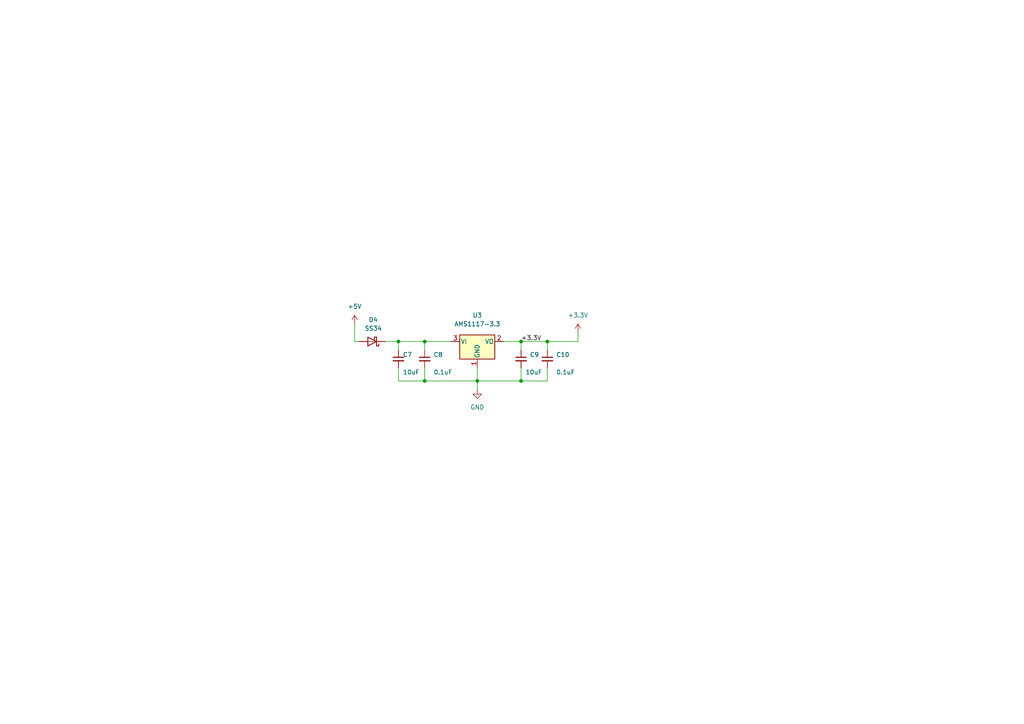
<source format=kicad_sch>
(kicad_sch (version 20230121) (generator eeschema)
  (paper "A4")
  (lib_symbols
    (symbol "Device:C_Small" (pin_numbers hide) (pin_names (offset 0.254) hide)
      (property "Reference" "C" (at 0.254 1.778 0))
      (property "Value" "C_Small" (at 0.254 -2.032 0))
      (symbol "C_Small_0_1"
        (polyline (pts (xy -1.524 -0.508) (xy 1.524 -0.508)) (stroke (width 0.3302)))
        (polyline (pts (xy -1.524 0.508) (xy 1.524 0.508)) (stroke (width 0.3048)))
      )
      (symbol "C_Small_1_1"
        (pin passive line (at 0 2.54 270) (length 2.032) (name "~") (number "1"))
        (pin passive line (at 0 -2.54 90) (length 2.032) (name "~") (number "2"))
      )
    )
    (symbol "Device:D_Schottky" (pin_numbers hide) (pin_names (offset 1.016) hide)
      (property "Reference" "D" (at 0 2.54 0))
      (property "Value" "D_Schottky" (at 0 -2.54 0))
      (symbol "D_Schottky_0_1"
        (polyline (pts (xy 1.27 0) (xy -1.27 0)))
        (polyline (pts (xy 1.27 1.27) (xy 1.27 -1.27) (xy -1.27 0) (xy 1.27 1.27)) (stroke (width 0.254)))
        (polyline (pts (xy -1.905 0.635) (xy -1.905 1.27) (xy -1.27 1.27) (xy -1.27 -1.27) (xy -0.635 -1.27) (xy -0.635 -0.635)) (stroke (width 0.254)))
      )
      (symbol "D_Schottky_1_1"
        (pin passive line (at -3.81 0 0) (length 2.54) (name "K") (number "1"))
        (pin passive line (at 3.81 0 180) (length 2.54) (name "A") (number "2"))
      )
    )
    (symbol "Regulator_Linear:AMS1117-3.3" (pin_names (offset 0.254))
      (property "Reference" "U" (at -3.81 3.175 0))
      (property "Value" "AMS1117-3.3" (at 0 3.175 0))
      (symbol "AMS1117-3.3_0_1"
        (rectangle (start -5.08 -5.08) (end 5.08 1.905) (stroke (width 0.254)) (fill (type background)))
      )
      (symbol "AMS1117-3.3_1_1"
        (pin power_in line (at 0 -7.62 90) (length 2.54) (name "GND") (number "1"))
        (pin power_out line (at 7.62 0 180) (length 2.54) (name "VO") (number "2"))
        (pin power_in line (at -7.62 0 0) (length 2.54) (name "VI") (number "3"))
      )
    )
    (symbol "power:+3.3V" (power) (pin_names (offset 0))
      (property "Value" "+3.3V" (at 0 3.556 0))
      (symbol "+3.3V_0_1"
        (polyline (pts (xy -0.762 1.27) (xy 0 2.54)))
        (polyline (pts (xy 0 0) (xy 0 2.54)))
        (polyline (pts (xy 0 2.54) (xy 0.762 1.27)))
      )
      (symbol "+3.3V_1_1"
        (pin power_in line (at 0 0 90) (length 0) hide (name "+3.3V") (number "1"))
      )
    )
    (symbol "power:+5V" (power) (pin_names (offset 0))
      (property "Value" "+5V" (at 0 3.556 0))
      (symbol "+5V_0_1"
        (polyline (pts (xy -0.762 1.27) (xy 0 2.54)))
        (polyline (pts (xy 0 0) (xy 0 2.54)))
        (polyline (pts (xy 0 2.54) (xy 0.762 1.27)))
      )
      (symbol "+5V_1_1"
        (pin power_in line (at 0 0 90) (length 0) hide (name "+5V") (number "1"))
      )
    )
    (symbol "power:GND" (power) (pin_names (offset 0))
      (property "Value" "GND" (at 0 -3.81 0))
      (symbol "GND_0_1"
        (polyline (pts (xy 0 0) (xy 0 -1.27) (xy 1.27 -1.27) (xy 0 -2.54) (xy -1.27 -1.27) (xy 0 -1.27)))
      )
      (symbol "GND_1_1"
        (pin power_in line (at 0 0 270) (length 0) hide (name "GND") (number "1"))
      )
    )
  )
  (junction (at 123.19 99.06))
  (junction (at 151.13 99.06))
  (junction (at 138.43 110.49))
  (junction (at 151.13 110.49))
  (junction (at 115.57 99.06))
  (junction (at 158.75 99.06))
  (junction (at 123.19 110.49))
  (wire (pts (xy 123.19 110.49) (xy 138.43 110.49)))
  (wire (pts (xy 151.13 106.68) (xy 151.13 110.49)))
  (wire (pts (xy 146.05 99.06) (xy 151.13 99.06)))
  (wire (pts (xy 115.57 99.06) (xy 123.19 99.06)))
  (wire (pts (xy 151.13 99.06) (xy 151.13 101.6)))
  (wire (pts (xy 111.76 99.06) (xy 115.57 99.06)))
  (wire (pts (xy 115.57 106.68) (xy 115.57 110.49)))
  (wire (pts (xy 138.43 110.49) (xy 138.43 113.03)))
  (wire (pts (xy 123.19 101.6) (xy 123.19 99.06)))
  (wire (pts (xy 158.75 99.06) (xy 151.13 99.06)))
  (wire (pts (xy 123.19 106.68) (xy 123.19 110.49)))
  (wire (pts (xy 102.87 99.06) (xy 104.14 99.06)))
  (wire (pts (xy 167.64 99.06) (xy 158.75 99.06)))
  (wire (pts (xy 158.75 110.49) (xy 158.75 106.68)))
  (wire (pts (xy 115.57 110.49) (xy 123.19 110.49)))
  (wire (pts (xy 151.13 110.49) (xy 158.75 110.49)))
  (wire (pts (xy 138.43 106.68) (xy 138.43 110.49)))
  (wire (pts (xy 167.64 96.52) (xy 167.64 99.06)))
  (wire (pts (xy 102.87 93.98) (xy 102.87 99.06)))
  (wire (pts (xy 158.75 101.6) (xy 158.75 99.06)))
  (wire (pts (xy 138.43 110.49) (xy 151.13 110.49)))
  (wire (pts (xy 115.57 101.6) (xy 115.57 99.06)))
  (wire (pts (xy 123.19 99.06) (xy 130.81 99.06)))
  (label "+3.3V" (at 151.13 99.06 0))
  (symbol (lib_id "Device:C_Small") (at 123.19 104.14 0) (unit 1)
    (property "Reference" "C8" (at 125.73 102.8762 0) (effects (justify left)))
    (property "Value" "0.1uF" (at 125.73 107.95 0) (effects (justify left)))
    (property "Footprint" "Capacitor_SMD:C_0603_1608Metric" (effects hide))
  )
  (symbol (lib_id "Device:C_Small") (at 151.13 104.14 0) (unit 1)
    (property "Reference" "C9" (at 153.67 102.8762 0) (effects (justify left)))
    (property "Value" "10uF" (at 152.4 107.95 0) (effects (justify left)))
    (property "Footprint" "Capacitor_SMD:C_0603_1608Metric" (effects hide))
  )
  (symbol (lib_id "Device:C_Small") (at 115.57 104.14 0) (unit 1)
    (property "Reference" "C7" (at 116.84 102.87 0) (effects (justify left)))
    (property "Value" "10uF" (at 116.84 107.95 0) (effects (justify left)))
    (property "Footprint" "Capacitor_SMD:C_0603_1608Metric" (effects hide))
  )
  (symbol (lib_id "power:GND") (at 138.43 113.03 0) (unit 1)
    (property "Reference" "#PWR029" (effects hide))
    (property "Value" "GND" (at 138.43 118.11 0))
  )
  (symbol (lib_id "Device:C_Small") (at 158.75 104.14 0) (unit 1)
    (property "Reference" "C10" (at 161.29 102.8762 0) (effects (justify left)))
    (property "Value" "0.1uF" (at 161.29 107.95 0) (effects (justify left)))
    (property "Footprint" "Capacitor_SMD:C_0603_1608Metric" (effects hide))
  )
  (symbol (lib_id "Regulator_Linear:AMS1117-3.3") (at 138.43 99.06 0) (unit 1)
    (property "Reference" "U3" (at 138.43 91.44 0))
    (property "Value" "AMS1117-3.3" (at 138.43 93.98 0))
    (property "Footprint" "Package_TO_SOT_SMD:SOT-223-3_TabPin2" (effects hide))
    (property "Datasheet" "http://www.advanced-monolithic.com/pdf/ds1117.pdf" (effects hide))
  )
  (symbol (lib_id "power:+3.3V") (at 167.64 96.52 0) (unit 1)
    (property "Reference" "#PWR030" (effects hide))
    (property "Value" "+3.3V" (at 167.64 91.44 0))
  )
  (symbol (lib_id "Device:D_Schottky") (at 107.95 99.06 180) (unit 1)
    (property "Reference" "D4" (at 108.2675 92.71 0))
    (property "Value" "SS34" (at 108.2675 95.25 0))
    (property "Footprint" "Diode_SMD:D_SMA" (effects hide))
  )
  (symbol (lib_id "power:+5V") (at 102.87 93.98 0) (unit 1)
    (property "Reference" "#PWR028" (effects hide))
    (property "Value" "+5V" (at 102.87 88.9 0))
  )
)
</source>
